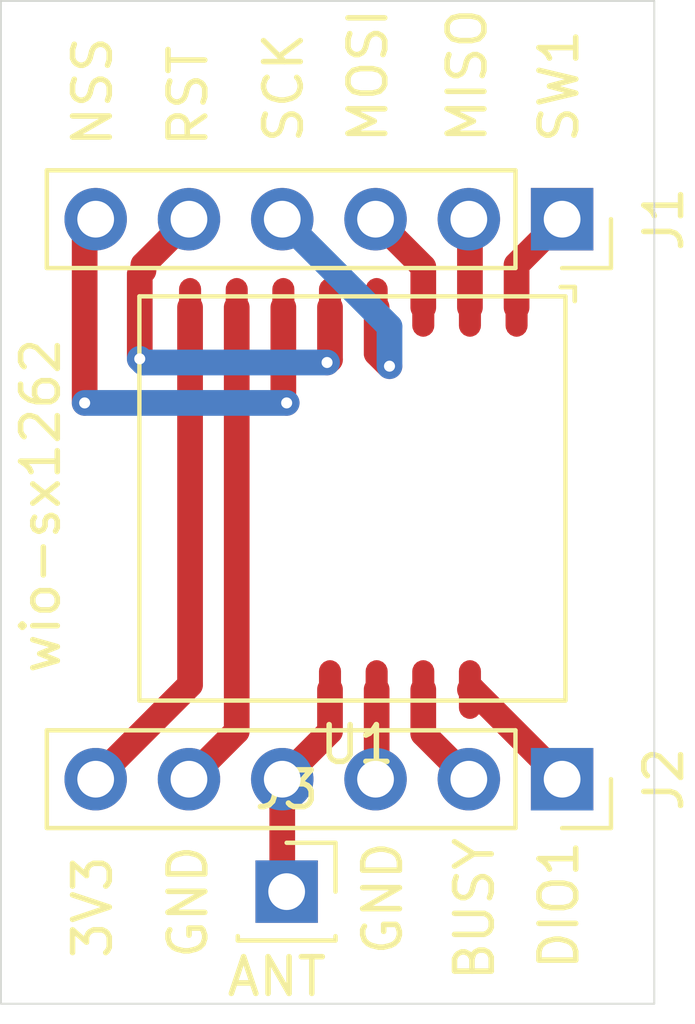
<source format=kicad_pcb>
(kicad_pcb (version 20240108) (generator "pcbnew") (generator_version "8.0")
  (layers (0 "F.Cu" signal) (31 "B.Cu" signal) (34 "B.Paste" user) (35 "F.Paste" user) (36 "B.SilkS" user "B.Silkscreen") (37 "F.SilkS" user "F.Silkscreen") (38 "B.Mask" user) (39 "F.Mask" user) (44 "Edge.Cuts" user))
  (net 0 "")
  (net 1 "Net-(J1-Pin_4)")
  (net 2 "Net-(J1-Pin_2)")
  (net 3 "Net-(J1-Pin_6)")
  (net 4 "Net-(J1-Pin_1)")
  (net 5 "Net-(J1-Pin_3)")
  (net 6 "Net-(J1-Pin_5)")
  (net 7 "Net-(J2-Pin_6)")
  (net 8 "Net-(J2-Pin_3)")
  (net 9 "Net-(J2-Pin_5)")
  (net 10 "ant")
  (net 11 "Net-(J2-Pin_2)")
  (net 12 "Net-(J2-Pin_1)")
  (footprint "Connector_PinSocket_2.54mm:PinSocket_1x06_P2.54mm_Vertical" (layer "F.Cu") (at 129.5 31.74 -90)
    (property "Reference" "J2" (at 0 -2.77 90) (layer "F.SilkS"))
    (property "Value" "Conn_01x06_Socket" (hide yes))
    (fp_line (start -1.33 14.03) (end 1.33 14.03) (stroke (width 0.12)) (layer "F.SilkS"))
    (fp_line (start -1.33 1.27) (end -1.33 14.03) (stroke (width 0.12)) (layer "F.SilkS"))
    (fp_line (start -1.33 1.27) (end 1.33 1.27) (stroke (width 0.12)) (layer "F.SilkS"))
    (fp_line (start 1.33 1.27) (end 1.33 14.03) (stroke (width 0.12)) (layer "F.SilkS"))
    (fp_line (start 0 -1.33) (end 1.33 -1.33) (stroke (width 0.12)) (layer "F.SilkS"))
    (fp_line (start 1.33 -1.33) (end 1.33 0) (stroke (width 0.12)) (layer "F.SilkS"))
    (pad "1" thru_hole rect (at 0 0 270) (size 1.7 1.7) (drill 1) (layers "*.Cu" "*.Mask") (net 12 "Net-(J2-Pin_1)"))
    (pad "2" thru_hole oval (at 0 2.54 270) (size 1.7 1.7) (drill 1) (layers "*.Cu" "*.Mask") (net 11 "Net-(J2-Pin_2)"))
    (pad "3" thru_hole oval (at 0 5.08 270) (size 1.7 1.7) (drill 1) (layers "*.Cu" "*.Mask") (net 8 "Net-(J2-Pin_3)"))
    (pad "4" thru_hole oval (at 0 7.62 270) (size 1.7 1.7) (drill 1) (layers "*.Cu" "*.Mask") (net 10 "ant"))
    (pad "5" thru_hole oval (at 0 10.16 270) (size 1.7 1.7) (drill 1) (layers "*.Cu" "*.Mask") (net 9 "Net-(J2-Pin_5)"))
    (pad "6" thru_hole oval (at 0 12.7 270) (size 1.7 1.7) (drill 1) (layers "*.Cu" "*.Mask") (net 7 "Net-(J2-Pin_6)"))
  )
  (footprint "wio-sx1262:wio-sx1262" (layer "F.Cu") (at 129.59 18.6 180)
    (property "Reference" "U1" (at 5.67125 -12.2 0) (layer "F.SilkS"))
    (property "Value" "wio-sx1262" (at 14.29 -5.7 90) (layer "F.SilkS"))
    (fp_line (start 11.6 0) (end 0 0) (stroke (width 0.12)) (layer "F.SilkS"))
    (fp_line (start 11.6 -11) (end 11.6 0) (stroke (width 0.12)) (layer "F.SilkS"))
    (fp_line (start 0.127 0.254) (end -0.254 0.254) (stroke (width 0.127)) (layer "F.SilkS"))
    (fp_line (start 0 0) (end 0 -11) (stroke (width 0.12)) (layer "F.SilkS"))
    (fp_line (start 0 -11) (end 11.6 -11) (stroke (width 0.12)) (layer "F.SilkS"))
    (fp_line (start -0.254 0.254) (end -0.254 -0.127) (stroke (width 0.127)) (layer "F.SilkS"))
    (pad "1" smd roundrect (at 1.33 -0.3 270) (size 1.6 0.6) (layers "F.Cu" "F.Paste" "F.Mask") (roundrect_rratio 0.5) (net 4 "Net-(J1-Pin_1)"))
    (pad "2" smd roundrect (at 2.6 -0.3 270) (size 1.6 0.6) (layers "F.Cu" "F.Paste" "F.Mask") (roundrect_rratio 0.5) (net 2 "Net-(J1-Pin_2)"))
    (pad "3" smd roundrect (at 3.87 -0.3 270) (size 1.6 0.6) (layers "F.Cu" "F.Paste" "F.Mask") (roundrect_rratio 0.5) (net 5 "Net-(J1-Pin_3)"))
    (pad "4" smd roundrect (at 5.14 -0.3 270) (size 1.6 0.6) (layers "F.Cu" "F.Paste" "F.Mask") (roundrect_rratio 0.5) (net 1 "Net-(J1-Pin_4)"))
    (pad "5" smd roundrect (at 6.41 -0.3 270) (size 1.6 0.6) (layers "F.Cu" "F.Paste" "F.Mask") (roundrect_rratio 0.5) (net 6 "Net-(J1-Pin_5)"))
    (pad "6" smd roundrect (at 7.68 -0.3 270) (size 1.6 0.6) (layers "F.Cu" "F.Paste" "F.Mask") (roundrect_rratio 0.5) (net 3 "Net-(J1-Pin_6)"))
    (pad "7" smd roundrect (at 8.95 -0.3 270) (size 1.6 0.6) (layers "F.Cu" "F.Paste" "F.Mask") (roundrect_rratio 0.5) (net 9 "Net-(J2-Pin_5)"))
    (pad "8" smd roundrect (at 10.22 -0.3 270) (size 1.6 0.6) (layers "F.Cu" "F.Paste" "F.Mask") (roundrect_rratio 0.5) (net 7 "Net-(J2-Pin_6)"))
    (pad "9" smd roundrect (at 6.41 -10.7 270) (size 1.6 0.6) (layers "F.Cu" "F.Paste" "F.Mask") (roundrect_rratio 0.5) (net 10 "ant"))
    (pad "10" smd roundrect (at 5.14 -10.7 270) (size 1.6 0.6) (layers "F.Cu" "F.Paste" "F.Mask") (roundrect_rratio 0.5) (net 8 "Net-(J2-Pin_3)"))
    (pad "11" smd roundrect (at 3.87 -10.7 270) (size 1.6 0.6) (layers "F.Cu" "F.Paste" "F.Mask") (roundrect_rratio 0.5) (net 11 "Net-(J2-Pin_2)"))
    (pad "12" smd roundrect (at 2.6 -10.7 270) (size 1.6 0.6) (layers "F.Cu" "F.Paste" "F.Mask") (roundrect_rratio 0.5) (net 12 "Net-(J2-Pin_1)"))
  )
  (footprint "Connector_PinSocket_2.54mm:PinSocket_1x06_P2.54mm_Vertical" (layer "F.Cu") (at 129.5 16.5 -90)
    (property "Reference" "J1" (at 0 -2.77 90) (layer "F.SilkS"))
    (property "Value" "Conn_01x06_Socket" (hide yes))
    (fp_line (start -1.33 14.03) (end 1.33 14.03) (stroke (width 0.12)) (layer "F.SilkS"))
    (fp_line (start -1.33 1.27) (end -1.33 14.03) (stroke (width 0.12)) (layer "F.SilkS"))
    (fp_line (start -1.33 1.27) (end 1.33 1.27) (stroke (width 0.12)) (layer "F.SilkS"))
    (fp_line (start 1.33 1.27) (end 1.33 14.03) (stroke (width 0.12)) (layer "F.SilkS"))
    (fp_line (start 0 -1.33) (end 1.33 -1.33) (stroke (width 0.12)) (layer "F.SilkS"))
    (fp_line (start 1.33 -1.33) (end 1.33 0) (stroke (width 0.12)) (layer "F.SilkS"))
    (pad "1" thru_hole rect (at 0 0 270) (size 1.7 1.7) (drill 1) (layers "*.Cu" "*.Mask") (net 4 "Net-(J1-Pin_1)"))
    (pad "2" thru_hole oval (at 0 2.54 270) (size 1.7 1.7) (drill 1) (layers "*.Cu" "*.Mask") (net 2 "Net-(J1-Pin_2)"))
    (pad "3" thru_hole oval (at 0 5.08 270) (size 1.7 1.7) (drill 1) (layers "*.Cu" "*.Mask") (net 5 "Net-(J1-Pin_3)"))
    (pad "4" thru_hole oval (at 0 7.62 270) (size 1.7 1.7) (drill 1) (layers "*.Cu" "*.Mask") (net 1 "Net-(J1-Pin_4)"))
    (pad "5" thru_hole oval (at 0 10.16 270) (size 1.7 1.7) (drill 1) (layers "*.Cu" "*.Mask") (net 6 "Net-(J1-Pin_5)"))
    (pad "6" thru_hole oval (at 0 12.7 270) (size 1.7 1.7) (drill 1) (layers "*.Cu" "*.Mask") (net 3 "Net-(J1-Pin_6)"))
  )
  (footprint "Connector_PinSocket_2.54mm:PinSocket_1x01_P2.54mm_Vertical" (layer "F.Cu") (at 122 34.8)
    (property "Reference" "J3" (at 0 -2.77 0) (layer "F.SilkS"))
    (property "Value" "Conn_01x01_Pin")
    (fp_line (start -1.33 1.21) (end -1.33 1.33) (stroke (width 0.12)) (layer "F.SilkS"))
    (fp_line (start -1.33 1.33) (end 1.33 1.33) (stroke (width 0.12)) (layer "F.SilkS"))
    (fp_line (start 0 -1.33) (end 1.33 -1.33) (stroke (width 0.12)) (layer "F.SilkS"))
    (fp_line (start 1.33 -1.33) (end 1.33 0) (stroke (width 0.12)) (layer "F.SilkS"))
    (fp_line (start 1.33 1.21) (end 1.33 1.33) (stroke (width 0.12)) (layer "F.SilkS"))
    (pad "1" thru_hole rect (at 0 0) (size 1.7 1.7) (drill 1) (layers "*.Cu" "*.Mask") (net 10 "ant"))
  )
  (gr_rect (start 114.22 10.56) (end 132.01 37.85) (stroke (width 0.05)) (fill none) (layer "Edge.Cuts"))
  (gr_text "GND" (at 125.2 36.6 90) (layer "F.SilkS") (effects (font (size 1 1)) (justify left bottom)))
  (gr_text "MISO" (at 127.5 14.5 90) (layer "F.SilkS") (effects (font (size 1 1)) (justify left bottom)))
  (gr_text "SW1" (at 130 14.5 90) (layer "F.SilkS") (effects (font (size 1 1)) (justify left bottom)))
  (gr_text "GND" (at 119.9 36.7 90) (layer "F.SilkS") (effects (font (size 1 1)) (justify left bottom)))
  (gr_text "DIO1" (at 130 37 90) (layer "F.SilkS") (effects (font (size 1 1)) (justify left bottom)))
  (gr_text "MOSI" (at 124.8 14.5 90) (layer "F.SilkS") (effects (font (size 1 1)) (justify left bottom)))
  (gr_text "BUSY" (at 127.7 37.3 90) (layer "F.SilkS") (effects (font (size 1 1)) (justify left bottom)))
  (gr_text "RST" (at 119.9 14.6 90) (layer "F.SilkS") (effects (font (size 1 1)) (justify left bottom)))
  (gr_text "NSS" (at 117.3 14.6 90) (layer "F.SilkS") (effects (font (size 1 1)) (justify left bottom)))
  (gr_text "3V3" (at 117.3 36.7 90) (layer "F.SilkS") (effects (font (size 1 1)) (justify left bottom)))
  (gr_text "SCK" (at 122.5 14.5 90) (layer "F.SilkS") (effects (font (size 1 1)) (justify left bottom)))
  (gr_text "ANT" (at 120.3 37.7 0) (layer "F.SilkS") (effects (font (size 1 1)) (justify left bottom)))
  (segment (start 124.45 18.9) (end 124.45 20.15) (width 0.7) (layer "F.Cu") (net 1))
  (segment (start 124.45 20.15) (end 124.8 20.5) (width 0.7) (layer "F.Cu") (net 1))
  (via (at 124.8 20.5) (size 0.6) (drill 0.3) (layers "F.Cu" "B.Cu") (net 1))
  (segment (start 124.8 19.42) (end 121.88 16.5) (width 0.7) (layer "B.Cu") (net 1))
  (segment (start 124.8 20.5) (end 124.8 19.42) (width 0.7) (layer "B.Cu") (net 1))
  (segment (start 126.99 18.9) (end 126.99 16.53) (width 0.7) (layer "F.Cu") (net 2))
  (segment (start 126.99 16.53) (end 126.96 16.5) (width 0.7) (layer "F.Cu") (net 2))
  (segment (start 121.91 18.9) (end 121.91 21.41) (width 0.7) (layer "F.Cu") (net 3))
  (segment (start 116.5 21.5) (end 116.5 16.8) (width 0.7) (layer "F.Cu") (net 3))
  (segment (start 116.5 16.8) (end 116.8 16.5) (width 0.7) (layer "F.Cu") (net 3))
  (segment (start 121.91 21.41) (end 122 21.5) (width 0.7) (layer "F.Cu") (net 3))
  (via (at 122 21.5) (size 0.6) (drill 0.3) (layers "F.Cu" "B.Cu") (net 3))
  (via (at 116.5 21.5) (size 0.6) (drill 0.3) (layers "F.Cu" "B.Cu") (net 3))
  (segment (start 122 21.5) (end 116.5 21.5) (width 0.7) (layer "B.Cu") (net 3))
  (segment (start 128.26 18.9) (end 128.26 17.74) (width 0.7) (layer "F.Cu") (net 4))
  (segment (start 128.26 17.74) (end 129.5 16.5) (width 0.7) (layer "F.Cu") (net 4))
  (segment (start 125.72 18.9) (end 125.72 17.8) (width 0.7) (layer "F.Cu") (net 5))
  (segment (start 125.72 17.8) (end 124.42 16.5) (width 0.7) (layer "F.Cu") (net 5))
  (segment (start 118 20.3) (end 118 18) (width 0.7) (layer "F.Cu") (net 6))
  (segment (start 118 18) (end 118.1 17.9) (width 0.7) (layer "F.Cu") (net 6))
  (segment (start 123.18 18.9) (end 123.18 20.32) (width 0.7) (layer "F.Cu") (net 6))
  (segment (start 118.1 17.9) (end 118.1 17.74) (width 0.7) (layer "F.Cu") (net 6))
  (segment (start 123.18 20.32) (end 123.1 20.4) (width 0.7) (layer "F.Cu") (net 6))
  (segment (start 118.1 17.74) (end 119.34 16.5) (width 0.7) (layer "F.Cu") (net 6))
  (via (at 123.1 20.4) (size 0.6) (drill 0.3) (layers "F.Cu" "B.Cu") (net 6))
  (via (at 118 20.3) (size 0.6) (drill 0.3) (layers "F.Cu" "B.Cu") (net 6))
  (segment (start 118.1 20.4) (end 118 20.3) (width 0.7) (layer "B.Cu") (net 6))
  (segment (start 123.1 20.4) (end 118.1 20.4) (width 0.7) (layer "B.Cu") (net 6))
  (segment (start 119.37 18.9) (end 119.37 29.17) (width 0.7) (layer "F.Cu") (net 7))
  (segment (start 119.37 29.17) (end 116.8 31.74) (width 0.7) (layer "F.Cu") (net 7))
  (segment (start 124.45 29.3) (end 124.45 31.71) (width 0.7) (layer "F.Cu") (net 8))
  (segment (start 124.45 31.71) (end 124.42 31.74) (width 0.7) (layer "F.Cu") (net 8))
  (segment (start 119.34 31.74) (end 120.64 30.44) (width 0.7) (layer "F.Cu") (net 9))
  (segment (start 120.64 30.44) (end 120.64 18.9) (width 0.7) (layer "F.Cu") (net 9))
  (segment (start 121.88 34.68) (end 122 34.8) (width 0.7) (layer "F.Cu") (net 10))
  (segment (start 123.18 29.3) (end 123.18 30.44) (width 0.7) (layer "F.Cu") (net 10))
  (segment (start 121.88 31.74) (end 121.88 34.68) (width 0.7) (layer "F.Cu") (net 10))
  (segment (start 123.18 30.44) (end 121.88 31.74) (width 0.7) (layer "F.Cu") (net 10))
  (segment (start 125.72 29.3) (end 125.72 30.5) (width 0.7) (layer "F.Cu") (net 11))
  (segment (start 125.72 30.5) (end 126.96 31.74) (width 0.7) (layer "F.Cu") (net 11))
  (segment (start 127.06 29.3) (end 129.5 31.74) (width 0.7) (layer "F.Cu") (net 12))
  (segment (start 126.99 29.3) (end 127.06 29.3) (width 0.7) (layer "F.Cu") (net 12))
)
</source>
